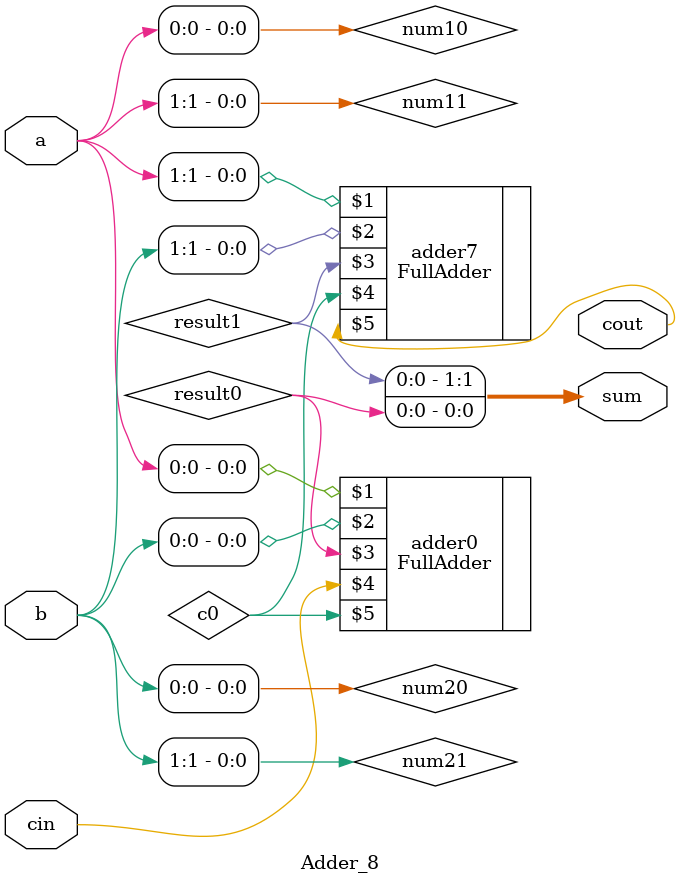
<source format=v>
module Adder_8(a, b, cin, sum, cout);

	input cin;
	input [1:0]a;
	input [1:0]b;
	output [1:0]sum;
	output cout;

	wire c0, c1, c2, c3, c4, c5, c6;

	wire num10, num11;
	wire num20, num21;
	wire result0, result1;

	assign num10 = a[0];
	assign num11 = a[1];

	assign num20 = b[0];
	assign num21 = b[1];

	FullAdder adder0(num10, num20, result0, cin, c0);
	FullAdder adder7(num11, num21, result1, c0, cout);

	assign sum[0] = result0;
	assign sum[1] = result1;

endmodule
</source>
